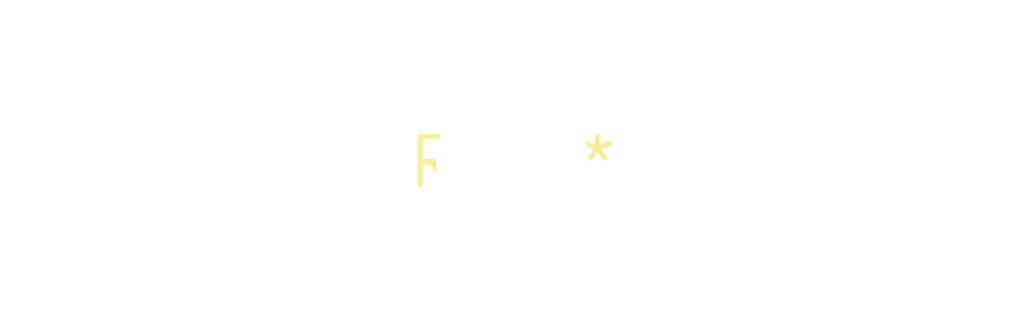
<source format=kicad_pcb>
(kicad_pcb (version 20240108) (generator pcbnew)
  (layers (0 "F.Cu" signal) (31 "B.Cu" signal) (34 "B.Paste" user) (35 "F.Paste" user) (36 "B.SilkS" user "B.Silkscreen") (37 "F.SilkS" user "F.Silkscreen") (38 "B.Mask" user) (39 "F.Mask" user) (44 "Edge.Cuts" user))
  (net 0 "")
  (footprint "MountingHole_4mm_Pad_Via" (layer "F.Cu") (at 0 0)
    (property "Reference" "REF**")
    (property "Value" "MountingHole_4mm_Pad_Via")
    (pad "1" thru_hole circle (at -3 0) (size 0.9 0.9) (drill 0.6) (layers *.Cu *.Mask) (remove_unused_layers))
    (pad "1" thru_hole circle (at -2.12132 -2.12132) (size 0.9 0.9) (drill 0.6) (layers *.Cu *.Mask) (remove_unused_layers))
    (pad "1" thru_hole circle (at -2.12132 2.12132) (size 0.9 0.9) (drill 0.6) (layers *.Cu *.Mask) (remove_unused_layers))
    (pad "1" thru_hole circle (at 0 -3) (size 0.9 0.9) (drill 0.6) (layers *.Cu *.Mask) (remove_unused_layers))
    (pad "1" thru_hole circle (at 0 0) (size 8 8) (drill 4) (layers *.Cu *.Mask) (remove_unused_layers))
    (pad "1" thru_hole circle (at 0 3) (size 0.9 0.9) (drill 0.6) (layers *.Cu *.Mask) (remove_unused_layers))
    (pad "1" thru_hole circle (at 2.12132 -2.12132) (size 0.9 0.9) (drill 0.6) (layers *.Cu *.Mask) (remove_unused_layers))
    (pad "1" thru_hole circle (at 2.12132 2.12132) (size 0.9 0.9) (drill 0.6) (layers *.Cu *.Mask) (remove_unused_layers))
    (pad "1" thru_hole circle (at 3 0) (size 0.9 0.9) (drill 0.6) (layers *.Cu *.Mask) (remove_unused_layers))
  )
)
</source>
